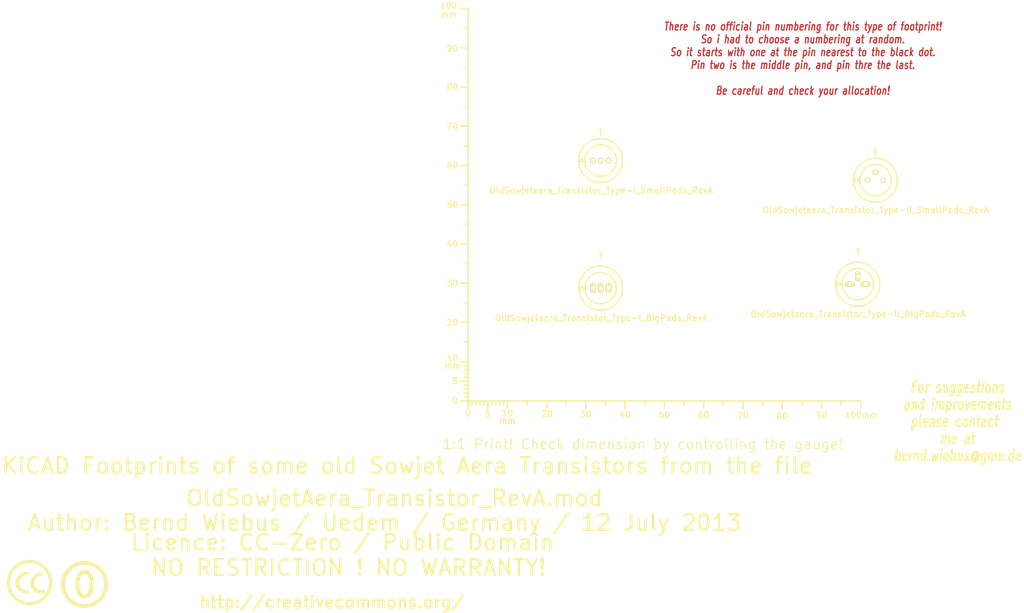
<source format=kicad_pcb>
(kicad_pcb (version 3) (host pcbnew "(2013-03-30 BZR 4007)-stable")

  (general
    (links 0)
    (no_connects 0)
    (area -16.90696 40.805099 276.799733 197.1694)
    (thickness 1.6002)
    (drawings 8)
    (tracks 0)
    (zones 0)
    (modules 7)
    (nets 1)
  )

  (page A4)
  (layers
    (15 Vorderseite signal)
    (0 Rückseite signal)
    (16 B.Adhes user)
    (17 F.Adhes user)
    (18 B.Paste user)
    (19 F.Paste user)
    (20 B.SilkS user)
    (21 F.SilkS user)
    (22 B.Mask user)
    (23 F.Mask user)
    (24 Dwgs.User user)
    (25 Cmts.User user)
    (26 Eco1.User user)
    (27 Eco2.User user)
    (28 Edge.Cuts user)
  )

  (setup
    (last_trace_width 0.2032)
    (trace_clearance 0.254)
    (zone_clearance 0.508)
    (zone_45_only no)
    (trace_min 0.2032)
    (segment_width 0.381)
    (edge_width 0.381)
    (via_size 0.889)
    (via_drill 0.635)
    (via_min_size 0.889)
    (via_min_drill 0.508)
    (uvia_size 0.508)
    (uvia_drill 0.127)
    (uvias_allowed no)
    (uvia_min_size 0.508)
    (uvia_min_drill 0.127)
    (pcb_text_width 0.3048)
    (pcb_text_size 1.524 2.032)
    (mod_edge_width 0.381)
    (mod_text_size 1.524 1.524)
    (mod_text_width 0.3048)
    (pad_size 1.4 2.5)
    (pad_drill 0.8)
    (pad_to_mask_clearance 0.254)
    (aux_axis_origin 0 0)
    (visible_elements 7FFFFFFF)
    (pcbplotparams
      (layerselection 3178497)
      (usegerberextensions true)
      (excludeedgelayer true)
      (linewidth 60)
      (plotframeref false)
      (viasonmask false)
      (mode 1)
      (useauxorigin false)
      (hpglpennumber 1)
      (hpglpenspeed 20)
      (hpglpendiameter 15)
      (hpglpenoverlay 0)
      (psnegative false)
      (psa4output false)
      (plotreference true)
      (plotvalue true)
      (plotothertext true)
      (plotinvisibletext false)
      (padsonsilk false)
      (subtractmaskfromsilk false)
      (outputformat 1)
      (mirror false)
      (drillshape 1)
      (scaleselection 1)
      (outputdirectory ""))
  )

  (net 0 "")

  (net_class Default "Dies ist die voreingestellte Netzklasse."
    (clearance 0.254)
    (trace_width 0.2032)
    (via_dia 0.889)
    (via_drill 0.635)
    (uvia_dia 0.508)
    (uvia_drill 0.127)
    (add_net "")
  )

  (module Gauge_100mm_Type2_SilkScreenTop_RevA_Date22Jun2010 (layer Vorderseite) (tedit 4D963937) (tstamp 4D88F07A)
    (at 132.75056 141.2494)
    (descr "Gauge, Massstab, 100mm, SilkScreenTop, Type 2,")
    (tags "Gauge, Massstab, 100mm, SilkScreenTop, Type 2,")
    (path Gauge_100mm_Type2_SilkScreenTop_RevA_Date22Jun2010)
    (fp_text reference MSC (at 4.0005 8.99922) (layer F.SilkS) hide
      (effects (font (size 1.524 1.524) (thickness 0.3048)))
    )
    (fp_text value Gauge_100mm_Type2_SilkScreenTop_RevA_Date22Jun2010 (at 45.9994 8.99922) (layer F.SilkS) hide
      (effects (font (size 1.524 1.524) (thickness 0.3048)))
    )
    (fp_text user mm (at 9.99998 5.00126) (layer F.SilkS)
      (effects (font (size 1.524 1.524) (thickness 0.3048)))
    )
    (fp_text user mm (at -4.0005 -8.99922) (layer F.SilkS)
      (effects (font (size 1.524 1.524) (thickness 0.3048)))
    )
    (fp_text user mm (at -5.00126 -98.5012) (layer F.SilkS)
      (effects (font (size 1.524 1.524) (thickness 0.3048)))
    )
    (fp_text user 10 (at 10.00506 3.0988) (layer F.SilkS)
      (effects (font (size 1.50114 1.50114) (thickness 0.29972)))
    )
    (fp_text user 0 (at 0.00508 3.19786) (layer F.SilkS)
      (effects (font (size 1.39954 1.50114) (thickness 0.29972)))
    )
    (fp_text user 5 (at 5.0038 3.29946) (layer F.SilkS)
      (effects (font (size 1.50114 1.50114) (thickness 0.29972)))
    )
    (fp_text user 20 (at 20.1041 3.29946) (layer F.SilkS)
      (effects (font (size 1.50114 1.50114) (thickness 0.29972)))
    )
    (fp_text user 30 (at 30.00502 3.39852) (layer F.SilkS)
      (effects (font (size 1.50114 1.50114) (thickness 0.29972)))
    )
    (fp_text user 40 (at 40.005 3.50012) (layer F.SilkS)
      (effects (font (size 1.50114 1.50114) (thickness 0.29972)))
    )
    (fp_text user 50 (at 50.00498 3.50012) (layer F.SilkS)
      (effects (font (size 1.50114 1.50114) (thickness 0.29972)))
    )
    (fp_text user 60 (at 60.00496 3.50012) (layer F.SilkS)
      (effects (font (size 1.50114 1.50114) (thickness 0.29972)))
    )
    (fp_text user 70 (at 70.00494 3.70078) (layer F.SilkS)
      (effects (font (size 1.50114 1.50114) (thickness 0.29972)))
    )
    (fp_text user 80 (at 80.00492 3.79984) (layer F.SilkS)
      (effects (font (size 1.50114 1.50114) (thickness 0.29972)))
    )
    (fp_text user 90 (at 90.1065 3.60172) (layer F.SilkS)
      (effects (font (size 1.50114 1.50114) (thickness 0.29972)))
    )
    (fp_text user 100mm (at 100.10648 3.60172) (layer F.SilkS)
      (effects (font (size 1.50114 1.50114) (thickness 0.29972)))
    )
    (fp_line (start 0 -8.99922) (end -1.00076 -8.99922) (layer F.SilkS) (width 0.381))
    (fp_line (start 0 -8.001) (end -1.00076 -8.001) (layer F.SilkS) (width 0.381))
    (fp_line (start 0 -7.00024) (end -1.00076 -7.00024) (layer F.SilkS) (width 0.381))
    (fp_line (start 0 -5.99948) (end -1.00076 -5.99948) (layer F.SilkS) (width 0.381))
    (fp_line (start 0 -4.0005) (end -1.00076 -4.0005) (layer F.SilkS) (width 0.381))
    (fp_line (start 0 -2.99974) (end -1.00076 -2.99974) (layer F.SilkS) (width 0.381))
    (fp_line (start 0 -1.99898) (end -1.00076 -1.99898) (layer F.SilkS) (width 0.381))
    (fp_line (start 0 -1.00076) (end -1.00076 -1.00076) (layer F.SilkS) (width 0.381))
    (fp_line (start 0 0) (end -1.99898 0) (layer F.SilkS) (width 0.381))
    (fp_line (start 0 -5.00126) (end -1.99898 -5.00126) (layer F.SilkS) (width 0.381))
    (fp_line (start 0 -9.99998) (end -1.99898 -9.99998) (layer F.SilkS) (width 0.381))
    (fp_line (start 0 -15.00124) (end -1.00076 -15.00124) (layer F.SilkS) (width 0.381))
    (fp_line (start 0 -19.99996) (end -1.99898 -19.99996) (layer F.SilkS) (width 0.381))
    (fp_line (start 0 -25.00122) (end -1.00076 -25.00122) (layer F.SilkS) (width 0.381))
    (fp_line (start 0 -29.99994) (end -1.99898 -29.99994) (layer F.SilkS) (width 0.381))
    (fp_line (start 0 -35.0012) (end -1.00076 -35.0012) (layer F.SilkS) (width 0.381))
    (fp_line (start 0 -39.99992) (end -1.99898 -39.99992) (layer F.SilkS) (width 0.381))
    (fp_line (start 0 -45.00118) (end -1.00076 -45.00118) (layer F.SilkS) (width 0.381))
    (fp_line (start 0 -49.9999) (end -1.99898 -49.9999) (layer F.SilkS) (width 0.381))
    (fp_line (start 0 -55.00116) (end -1.00076 -55.00116) (layer F.SilkS) (width 0.381))
    (fp_line (start 0 -59.99988) (end -1.99898 -59.99988) (layer F.SilkS) (width 0.381))
    (fp_line (start 0 -65.00114) (end -1.00076 -65.00114) (layer F.SilkS) (width 0.381))
    (fp_line (start 0 -69.99986) (end -1.99898 -69.99986) (layer F.SilkS) (width 0.381))
    (fp_line (start 0 -75.00112) (end -1.00076 -75.00112) (layer F.SilkS) (width 0.381))
    (fp_line (start 0 -79.99984) (end -1.99898 -79.99984) (layer F.SilkS) (width 0.381))
    (fp_line (start 0 -85.0011) (end -1.00076 -85.0011) (layer F.SilkS) (width 0.381))
    (fp_line (start 0 -89.99982) (end -1.99898 -89.99982) (layer F.SilkS) (width 0.381))
    (fp_line (start 0 -95.00108) (end -1.00076 -95.00108) (layer F.SilkS) (width 0.381))
    (fp_line (start 0 0) (end 0 -99.9998) (layer F.SilkS) (width 0.381))
    (fp_line (start 0 -99.9998) (end -1.99898 -99.9998) (layer F.SilkS) (width 0.381))
    (fp_text user 100 (at -4.99872 -100.7491) (layer F.SilkS)
      (effects (font (size 1.50114 1.50114) (thickness 0.29972)))
    )
    (fp_text user 90 (at -4.0005 -89.7509) (layer F.SilkS)
      (effects (font (size 1.50114 1.50114) (thickness 0.29972)))
    )
    (fp_text user 80 (at -4.0005 -79.99984) (layer F.SilkS)
      (effects (font (size 1.50114 1.50114) (thickness 0.29972)))
    )
    (fp_text user 70 (at -4.0005 -69.99986) (layer F.SilkS)
      (effects (font (size 1.50114 1.50114) (thickness 0.29972)))
    )
    (fp_text user 60 (at -4.0005 -59.99988) (layer F.SilkS)
      (effects (font (size 1.50114 1.50114) (thickness 0.29972)))
    )
    (fp_text user 50 (at -4.0005 -49.9999) (layer F.SilkS)
      (effects (font (size 1.50114 1.50114) (thickness 0.34036)))
    )
    (fp_text user 40 (at -4.0005 -39.99992) (layer F.SilkS)
      (effects (font (size 1.50114 1.50114) (thickness 0.29972)))
    )
    (fp_text user 30 (at -4.0005 -29.99994) (layer F.SilkS)
      (effects (font (size 1.50114 1.50114) (thickness 0.29972)))
    )
    (fp_text user 20 (at -4.0005 -19.99996) (layer F.SilkS)
      (effects (font (size 1.50114 1.50114) (thickness 0.29972)))
    )
    (fp_line (start 95.00108 0) (end 95.00108 1.00076) (layer F.SilkS) (width 0.381))
    (fp_line (start 89.99982 0) (end 89.99982 1.99898) (layer F.SilkS) (width 0.381))
    (fp_line (start 85.0011 0) (end 85.0011 1.00076) (layer F.SilkS) (width 0.381))
    (fp_line (start 79.99984 0) (end 79.99984 1.99898) (layer F.SilkS) (width 0.381))
    (fp_line (start 75.00112 0) (end 75.00112 1.00076) (layer F.SilkS) (width 0.381))
    (fp_line (start 69.99986 0) (end 69.99986 1.99898) (layer F.SilkS) (width 0.381))
    (fp_line (start 65.00114 0) (end 65.00114 1.00076) (layer F.SilkS) (width 0.381))
    (fp_line (start 59.99988 0) (end 59.99988 1.99898) (layer F.SilkS) (width 0.381))
    (fp_line (start 55.00116 0) (end 55.00116 1.00076) (layer F.SilkS) (width 0.381))
    (fp_line (start 49.9999 0) (end 49.9999 1.99898) (layer F.SilkS) (width 0.381))
    (fp_line (start 45.00118 0) (end 45.00118 1.00076) (layer F.SilkS) (width 0.381))
    (fp_line (start 39.99992 0) (end 39.99992 1.99898) (layer F.SilkS) (width 0.381))
    (fp_line (start 35.0012 0) (end 35.0012 1.00076) (layer F.SilkS) (width 0.381))
    (fp_line (start 29.99994 0) (end 29.99994 1.99898) (layer F.SilkS) (width 0.381))
    (fp_line (start 25.00122 0) (end 25.00122 1.00076) (layer F.SilkS) (width 0.381))
    (fp_line (start 19.99996 0) (end 19.99996 1.99898) (layer F.SilkS) (width 0.381))
    (fp_line (start 15.00124 0) (end 15.00124 1.00076) (layer F.SilkS) (width 0.381))
    (fp_line (start 9.99998 0) (end 99.9998 0) (layer F.SilkS) (width 0.381))
    (fp_line (start 99.9998 0) (end 99.9998 1.99898) (layer F.SilkS) (width 0.381))
    (fp_text user 5 (at -3.302 -5.10286) (layer F.SilkS)
      (effects (font (size 1.50114 1.50114) (thickness 0.29972)))
    )
    (fp_text user 0 (at -3.4036 -0.10414) (layer F.SilkS)
      (effects (font (size 1.50114 1.50114) (thickness 0.29972)))
    )
    (fp_text user 10 (at -4.0005 -11.00074) (layer F.SilkS)
      (effects (font (size 1.50114 1.50114) (thickness 0.29972)))
    )
    (fp_line (start 8.99922 0) (end 8.99922 1.00076) (layer F.SilkS) (width 0.381))
    (fp_line (start 8.001 0) (end 8.001 1.00076) (layer F.SilkS) (width 0.381))
    (fp_line (start 7.00024 0) (end 7.00024 1.00076) (layer F.SilkS) (width 0.381))
    (fp_line (start 5.99948 0) (end 5.99948 1.00076) (layer F.SilkS) (width 0.381))
    (fp_line (start 4.0005 0) (end 4.0005 1.00076) (layer F.SilkS) (width 0.381))
    (fp_line (start 2.99974 0) (end 2.99974 1.00076) (layer F.SilkS) (width 0.381))
    (fp_line (start 1.99898 0) (end 1.99898 1.00076) (layer F.SilkS) (width 0.381))
    (fp_line (start 1.00076 0) (end 1.00076 1.00076) (layer F.SilkS) (width 0.381))
    (fp_line (start 5.00126 0) (end 5.00126 1.99898) (layer F.SilkS) (width 0.381))
    (fp_line (start 0 0) (end 0 1.99898) (layer F.SilkS) (width 0.381))
    (fp_line (start 0 0) (end 9.99998 0) (layer F.SilkS) (width 0.381))
    (fp_line (start 9.99998 0) (end 9.99998 1.99898) (layer F.SilkS) (width 0.381))
  )

  (module Symbol_CC-PublicDomain_SilkScreenTop_Big (layer Vorderseite) (tedit 515D641F) (tstamp 515F0B64)
    (at 35 188)
    (descr "Symbol, CC-PublicDomain, SilkScreen Top, Big,")
    (tags "Symbol, CC-PublicDomain, SilkScreen Top, Big,")
    (path Symbol_CC-Noncommercial_CopperTop_Big)
    (fp_text reference Sym (at 0.59944 -7.29996) (layer F.SilkS) hide
      (effects (font (size 1.524 1.524) (thickness 0.3048)))
    )
    (fp_text value Symbol_CC-PublicDomain_SilkScreenTop_Big (at 0.59944 8.001) (layer F.SilkS) hide
      (effects (font (size 1.524 1.524) (thickness 0.3048)))
    )
    (fp_circle (center 0 0) (end 5.8 -0.05) (layer F.SilkS) (width 0.381))
    (fp_circle (center 0 0) (end 5.5 0) (layer F.SilkS) (width 0.381))
    (fp_circle (center 0.05 0) (end 5.25 0) (layer F.SilkS) (width 0.381))
    (fp_line (start 1.1 -2.5) (end 1.4 -1.9) (layer F.SilkS) (width 0.381))
    (fp_line (start -1.8 1.2) (end -1.6 1.9) (layer F.SilkS) (width 0.381))
    (fp_line (start -1.6 1.9) (end -1.2 2.5) (layer F.SilkS) (width 0.381))
    (fp_line (start 0 -3) (end 0.75 -2.75) (layer F.SilkS) (width 0.381))
    (fp_line (start 0.75 -2.75) (end 1 -2.25) (layer F.SilkS) (width 0.381))
    (fp_line (start 1 -2.25) (end 1.5 -1) (layer F.SilkS) (width 0.381))
    (fp_line (start 1.5 -1) (end 1.5 -0.5) (layer F.SilkS) (width 0.381))
    (fp_line (start 1.5 -0.5) (end 1.5 0.5) (layer F.SilkS) (width 0.381))
    (fp_line (start 1.5 0.5) (end 1.25 1.5) (layer F.SilkS) (width 0.381))
    (fp_line (start 1.25 1.5) (end 0.75 2.5) (layer F.SilkS) (width 0.381))
    (fp_line (start 0.75 2.5) (end 0.25 2.75) (layer F.SilkS) (width 0.381))
    (fp_line (start 0.25 2.75) (end -0.25 2.75) (layer F.SilkS) (width 0.381))
    (fp_line (start -0.25 2.75) (end -0.75 2.5) (layer F.SilkS) (width 0.381))
    (fp_line (start -0.75 2.5) (end -1.25 1.75) (layer F.SilkS) (width 0.381))
    (fp_line (start -1.25 1.75) (end -1.5 0.75) (layer F.SilkS) (width 0.381))
    (fp_line (start -1.5 0.75) (end -1.5 -0.75) (layer F.SilkS) (width 0.381))
    (fp_line (start -1.5 -0.75) (end -1.25 -1.75) (layer F.SilkS) (width 0.381))
    (fp_line (start -1.25 -1.75) (end -1 -2.5) (layer F.SilkS) (width 0.381))
    (fp_line (start -1 -2.5) (end -0.3 -2.9) (layer F.SilkS) (width 0.381))
    (fp_line (start -0.3 -2.9) (end 0.2 -3) (layer F.SilkS) (width 0.381))
    (fp_line (start 0.2 -3) (end 0.8 -3) (layer F.SilkS) (width 0.381))
    (fp_line (start 0.8 -3) (end 1.4 -2.3) (layer F.SilkS) (width 0.381))
    (fp_line (start 1.4 -2.3) (end 1.6 -1.4) (layer F.SilkS) (width 0.381))
    (fp_line (start 1.6 -1.4) (end 1.7 -0.3) (layer F.SilkS) (width 0.381))
    (fp_line (start 1.7 -0.3) (end 1.7 0.9) (layer F.SilkS) (width 0.381))
    (fp_line (start 1.7 0.9) (end 1.4 1.8) (layer F.SilkS) (width 0.381))
    (fp_line (start 1.4 1.8) (end 1 2.7) (layer F.SilkS) (width 0.381))
    (fp_line (start 1 2.7) (end 0.5 3) (layer F.SilkS) (width 0.381))
    (fp_line (start 0.5 3) (end -0.4 3) (layer F.SilkS) (width 0.381))
    (fp_line (start -0.4 3) (end -1.3 2.3) (layer F.SilkS) (width 0.381))
    (fp_line (start -1.3 2.3) (end -1.7 1) (layer F.SilkS) (width 0.381))
    (fp_line (start -1.7 1) (end -1.8 -0.7) (layer F.SilkS) (width 0.381))
    (fp_line (start -1.8 -0.7) (end -1.4 -2.2) (layer F.SilkS) (width 0.381))
    (fp_line (start -1.4 -2.2) (end -1 -2.9) (layer F.SilkS) (width 0.381))
    (fp_line (start -1 -2.9) (end -0.2 -3.3) (layer F.SilkS) (width 0.381))
    (fp_line (start -0.2 -3.3) (end 0.7 -3.2) (layer F.SilkS) (width 0.381))
    (fp_line (start 0.7 -3.2) (end 1.3 -3.1) (layer F.SilkS) (width 0.381))
    (fp_line (start 1.3 -3.1) (end 1.7 -2.4) (layer F.SilkS) (width 0.381))
    (fp_line (start 1.7 -2.4) (end 2 -1.6) (layer F.SilkS) (width 0.381))
    (fp_line (start 2 -1.6) (end 2.1 -0.6) (layer F.SilkS) (width 0.381))
    (fp_line (start 2.1 -0.6) (end 2.1 0.3) (layer F.SilkS) (width 0.381))
    (fp_line (start 2.1 0.3) (end 2.1 1.3) (layer F.SilkS) (width 0.381))
    (fp_line (start 2.1 1.3) (end 1.9 1.8) (layer F.SilkS) (width 0.381))
    (fp_line (start 1.9 1.8) (end 1.5 2.6) (layer F.SilkS) (width 0.381))
    (fp_line (start 1.5 2.6) (end 1.1 3) (layer F.SilkS) (width 0.381))
    (fp_line (start 1.1 3) (end 0.4 3.3) (layer F.SilkS) (width 0.381))
    (fp_line (start 0.4 3.3) (end -0.1 3.4) (layer F.SilkS) (width 0.381))
    (fp_line (start -0.1 3.4) (end -0.8 3.2) (layer F.SilkS) (width 0.381))
    (fp_line (start -0.8 3.2) (end -1.5 2.6) (layer F.SilkS) (width 0.381))
    (fp_line (start -1.5 2.6) (end -1.9 1.7) (layer F.SilkS) (width 0.381))
    (fp_line (start -1.9 1.7) (end -2.1 0.4) (layer F.SilkS) (width 0.381))
    (fp_line (start -2.1 0.4) (end -2.1 -0.6) (layer F.SilkS) (width 0.381))
    (fp_line (start -2.1 -0.6) (end -2 -1.6) (layer F.SilkS) (width 0.381))
    (fp_line (start -2 -1.6) (end -1.7 -2.4) (layer F.SilkS) (width 0.381))
    (fp_line (start -1.7 -2.4) (end -1.2 -3.1) (layer F.SilkS) (width 0.381))
    (fp_line (start -1.2 -3.1) (end -0.4 -3.6) (layer F.SilkS) (width 0.381))
    (fp_line (start -0.4 -3.6) (end 0.4 -3.6) (layer F.SilkS) (width 0.381))
    (fp_line (start 0.4 -3.6) (end 1.1 -3.2) (layer F.SilkS) (width 0.381))
    (fp_line (start 1.1 -3.2) (end 1.1 -2.9) (layer F.SilkS) (width 0.381))
    (fp_line (start 1.1 -2.9) (end 1.8 -1.5) (layer F.SilkS) (width 0.381))
    (fp_line (start 1.8 -1.5) (end 1.8 -0.4) (layer F.SilkS) (width 0.381))
    (fp_line (start 1.8 -0.4) (end 1.8 1.1) (layer F.SilkS) (width 0.381))
    (fp_line (start 1.8 1.1) (end 1.2 2.6) (layer F.SilkS) (width 0.381))
    (fp_line (start 1.2 2.6) (end 0.2 3.2) (layer F.SilkS) (width 0.381))
    (fp_line (start 0.2 3.2) (end -0.5 3.2) (layer F.SilkS) (width 0.381))
    (fp_line (start -0.5 3.2) (end -1.1 2.7) (layer F.SilkS) (width 0.381))
    (fp_line (start -1.1 2.7) (end -1.9 0.6) (layer F.SilkS) (width 0.381))
    (fp_line (start -1.9 0.6) (end -1.7 -1.9) (layer F.SilkS) (width 0.381))
  )

  (module Symbol_CreativeCommons_SilkScreenTop_Type2_Big (layer Vorderseite) (tedit 515D640C) (tstamp 515F46B2)
    (at 21 187.5)
    (descr "Symbol, Creative Commons, SilkScreen Top, Type 2, Big,")
    (tags "Symbol, Creative Commons, SilkScreen Top, Type 2, Big,")
    (path Symbol_CreativeCommons_CopperTop_Type2_Big)
    (fp_text reference Sym (at 0.59944 -7.29996) (layer F.SilkS) hide
      (effects (font (size 1.524 1.524) (thickness 0.3048)))
    )
    (fp_text value Symbol_CreativeCommons_Typ2_SilkScreenTop_Big (at 0.59944 8.001) (layer F.SilkS) hide
      (effects (font (size 1.524 1.524) (thickness 0.3048)))
    )
    (fp_line (start -0.70104 2.70002) (end -0.29972 2.60096) (layer F.SilkS) (width 0.381))
    (fp_line (start -0.29972 2.60096) (end -0.20066 2.10058) (layer F.SilkS) (width 0.381))
    (fp_line (start -2.49936 -1.69926) (end -2.70002 -1.6002) (layer F.SilkS) (width 0.381))
    (fp_line (start -2.70002 -1.6002) (end -3.0988 -1.00076) (layer F.SilkS) (width 0.381))
    (fp_line (start -3.0988 -1.00076) (end -3.29946 -0.50038) (layer F.SilkS) (width 0.381))
    (fp_line (start -3.29946 -0.50038) (end -3.40106 0.39878) (layer F.SilkS) (width 0.381))
    (fp_line (start -3.40106 0.39878) (end -3.29946 0.89916) (layer F.SilkS) (width 0.381))
    (fp_line (start -0.19812 2.4003) (end -0.29718 2.59842) (layer F.SilkS) (width 0.381))
    (fp_line (start 3.70078 2.10058) (end 3.79984 2.4003) (layer F.SilkS) (width 0.381))
    (fp_line (start 2.99974 -2.4003) (end 3.29946 -2.30124) (layer F.SilkS) (width 0.381))
    (fp_line (start 3.29946 -2.30124) (end 3.0988 -1.99898) (layer F.SilkS) (width 0.381))
    (fp_line (start 0 -5.40004) (end -0.50038 -5.40004) (layer F.SilkS) (width 0.381))
    (fp_line (start -0.50038 -5.40004) (end -1.30048 -5.10032) (layer F.SilkS) (width 0.381))
    (fp_line (start -1.30048 -5.10032) (end -1.99898 -4.89966) (layer F.SilkS) (width 0.381))
    (fp_line (start -1.99898 -4.89966) (end -2.70002 -4.699) (layer F.SilkS) (width 0.381))
    (fp_line (start -2.70002 -4.699) (end -3.29946 -4.20116) (layer F.SilkS) (width 0.381))
    (fp_line (start -3.29946 -4.20116) (end -4.0005 -3.59918) (layer F.SilkS) (width 0.381))
    (fp_line (start -4.0005 -3.59918) (end -4.50088 -2.99974) (layer F.SilkS) (width 0.381))
    (fp_line (start -4.50088 -2.99974) (end -5.00126 -2.10058) (layer F.SilkS) (width 0.381))
    (fp_line (start -5.00126 -2.10058) (end -5.30098 -1.09982) (layer F.SilkS) (width 0.381))
    (fp_line (start -5.30098 -1.09982) (end -5.40004 0.09906) (layer F.SilkS) (width 0.381))
    (fp_line (start -5.40004 0.09906) (end -5.19938 1.30048) (layer F.SilkS) (width 0.381))
    (fp_line (start -5.19938 1.30048) (end -4.8006 2.4003) (layer F.SilkS) (width 0.381))
    (fp_line (start -4.8006 2.4003) (end -3.79984 3.8989) (layer F.SilkS) (width 0.381))
    (fp_line (start -3.79984 3.8989) (end -2.60096 4.8006) (layer F.SilkS) (width 0.381))
    (fp_line (start -2.60096 4.8006) (end -1.30048 5.30098) (layer F.SilkS) (width 0.381))
    (fp_line (start -1.30048 5.30098) (end 0.09906 5.30098) (layer F.SilkS) (width 0.381))
    (fp_line (start 0.09906 5.30098) (end 1.6002 5.19938) (layer F.SilkS) (width 0.381))
    (fp_line (start 1.6002 5.19938) (end 2.60096 4.699) (layer F.SilkS) (width 0.381))
    (fp_line (start 2.60096 4.699) (end 4.20116 3.40106) (layer F.SilkS) (width 0.381))
    (fp_line (start 4.20116 3.40106) (end 5.00126 1.80086) (layer F.SilkS) (width 0.381))
    (fp_line (start 5.00126 1.80086) (end 5.40004 0.29972) (layer F.SilkS) (width 0.381))
    (fp_line (start 5.40004 0.29972) (end 5.19938 -1.39954) (layer F.SilkS) (width 0.381))
    (fp_line (start 5.19938 -1.39954) (end 4.699 -2.49936) (layer F.SilkS) (width 0.381))
    (fp_line (start 4.699 -2.49936) (end 3.40106 -4.09956) (layer F.SilkS) (width 0.381))
    (fp_line (start 3.40106 -4.09956) (end 2.4003 -4.8006) (layer F.SilkS) (width 0.381))
    (fp_line (start 2.4003 -4.8006) (end 1.39954 -5.19938) (layer F.SilkS) (width 0.381))
    (fp_line (start 1.39954 -5.19938) (end 0 -5.30098) (layer F.SilkS) (width 0.381))
    (fp_line (start 0.60198 -0.70104) (end 0.50292 -0.20066) (layer F.SilkS) (width 0.381))
    (fp_line (start 0.50292 -0.20066) (end 0.50292 0.49784) (layer F.SilkS) (width 0.381))
    (fp_line (start 0.50292 0.49784) (end 0.60198 1.09982) (layer F.SilkS) (width 0.381))
    (fp_line (start 0.60198 1.09982) (end 1.00076 1.69926) (layer F.SilkS) (width 0.381))
    (fp_line (start 1.00076 1.69926) (end 1.50114 2.19964) (layer F.SilkS) (width 0.381))
    (fp_line (start 1.50114 2.19964) (end 2.10058 2.49936) (layer F.SilkS) (width 0.381))
    (fp_line (start 2.10058 2.49936) (end 2.60096 2.59842) (layer F.SilkS) (width 0.381))
    (fp_line (start 2.60096 2.59842) (end 3.00228 2.59842) (layer F.SilkS) (width 0.381))
    (fp_line (start 3.00228 2.59842) (end 3.40106 2.59842) (layer F.SilkS) (width 0.381))
    (fp_line (start 3.40106 2.59842) (end 3.80238 2.49936) (layer F.SilkS) (width 0.381))
    (fp_line (start 3.80238 2.49936) (end 3.70078 2.2987) (layer F.SilkS) (width 0.381))
    (fp_line (start 3.70078 2.2987) (end 2.80162 2.4003) (layer F.SilkS) (width 0.381))
    (fp_line (start 2.80162 2.4003) (end 1.80086 2.09804) (layer F.SilkS) (width 0.381))
    (fp_line (start 1.80086 2.09804) (end 1.20142 1.6002) (layer F.SilkS) (width 0.381))
    (fp_line (start 1.20142 1.6002) (end 0.80264 0.6985) (layer F.SilkS) (width 0.381))
    (fp_line (start 0.80264 0.6985) (end 0.70104 -0.29972) (layer F.SilkS) (width 0.381))
    (fp_line (start 0.70104 -0.29972) (end 1.00076 -1.00076) (layer F.SilkS) (width 0.381))
    (fp_line (start 1.00076 -1.00076) (end 1.60274 -1.7018) (layer F.SilkS) (width 0.381))
    (fp_line (start 1.60274 -1.7018) (end 2.30124 -2.10058) (layer F.SilkS) (width 0.381))
    (fp_line (start 2.30124 -2.10058) (end 3.00228 -2.10058) (layer F.SilkS) (width 0.381))
    (fp_line (start 3.00228 -2.10058) (end 3.10134 -1.89992) (layer F.SilkS) (width 0.381))
    (fp_line (start 3.10134 -1.89992) (end 2.5019 -1.89992) (layer F.SilkS) (width 0.381))
    (fp_line (start 2.5019 -1.89992) (end 1.80086 -1.6002) (layer F.SilkS) (width 0.381))
    (fp_line (start 1.80086 -1.6002) (end 1.30048 -1.00076) (layer F.SilkS) (width 0.381))
    (fp_line (start 1.30048 -1.00076) (end 1.00076 -0.40132) (layer F.SilkS) (width 0.381))
    (fp_line (start 1.00076 -0.40132) (end 1.00076 0.09906) (layer F.SilkS) (width 0.381))
    (fp_line (start 1.00076 0.09906) (end 1.00076 0.6985) (layer F.SilkS) (width 0.381))
    (fp_line (start 1.00076 0.6985) (end 1.30048 1.19888) (layer F.SilkS) (width 0.381))
    (fp_line (start 1.30048 1.19888) (end 1.7018 1.69926) (layer F.SilkS) (width 0.381))
    (fp_line (start 1.7018 1.69926) (end 2.30124 1.99898) (layer F.SilkS) (width 0.381))
    (fp_line (start 2.30124 1.99898) (end 2.90068 2.09804) (layer F.SilkS) (width 0.381))
    (fp_line (start 2.90068 2.09804) (end 3.40106 2.09804) (layer F.SilkS) (width 0.381))
    (fp_line (start 3.40106 2.09804) (end 3.70078 1.99898) (layer F.SilkS) (width 0.381))
    (fp_line (start 3.00228 -2.4003) (end 2.40284 -2.4003) (layer F.SilkS) (width 0.381))
    (fp_line (start 2.40284 -2.4003) (end 2.00152 -2.20218) (layer F.SilkS) (width 0.381))
    (fp_line (start 2.00152 -2.20218) (end 1.50114 -2.00152) (layer F.SilkS) (width 0.381))
    (fp_line (start 1.50114 -2.00152) (end 1.10236 -1.6002) (layer F.SilkS) (width 0.381))
    (fp_line (start 1.10236 -1.6002) (end 0.80264 -1.09982) (layer F.SilkS) (width 0.381))
    (fp_line (start 0.80264 -1.09982) (end 0.60198 -0.70104) (layer F.SilkS) (width 0.381))
    (fp_line (start -0.39878 -1.99898) (end -0.89916 -1.99898) (layer F.SilkS) (width 0.381))
    (fp_line (start -0.89916 -1.99898) (end -1.39954 -1.89738) (layer F.SilkS) (width 0.381))
    (fp_line (start -1.39954 -1.89738) (end -1.89992 -1.59766) (layer F.SilkS) (width 0.381))
    (fp_line (start -1.89992 -1.59766) (end -2.4003 -1.19888) (layer F.SilkS) (width 0.381))
    (fp_line (start -2.4003 -1.30048) (end -2.70002 -0.8001) (layer F.SilkS) (width 0.381))
    (fp_line (start -2.70002 -0.8001) (end -2.79908 -0.29972) (layer F.SilkS) (width 0.381))
    (fp_line (start -2.79908 -0.29972) (end -2.79908 0.20066) (layer F.SilkS) (width 0.381))
    (fp_line (start -2.79908 0.20066) (end -2.59842 1.00076) (layer F.SilkS) (width 0.381))
    (fp_line (start -2.69748 1.00076) (end -2.39776 1.39954) (layer F.SilkS) (width 0.381))
    (fp_line (start -2.29616 1.4986) (end -1.79578 1.89992) (layer F.SilkS) (width 0.381))
    (fp_line (start -1.79578 1.89992) (end -1.29794 2.09804) (layer F.SilkS) (width 0.381))
    (fp_line (start -1.29794 2.09804) (end -0.89662 2.19964) (layer F.SilkS) (width 0.381))
    (fp_line (start -0.89662 2.19964) (end -0.49784 2.19964) (layer F.SilkS) (width 0.381))
    (fp_line (start -0.49784 2.19964) (end -0.19812 2.09804) (layer F.SilkS) (width 0.381))
    (fp_line (start -0.19812 2.09804) (end -0.29718 2.4003) (layer F.SilkS) (width 0.381))
    (fp_line (start -0.29718 2.4003) (end -0.89662 2.49936) (layer F.SilkS) (width 0.381))
    (fp_line (start -0.89662 2.49936) (end -1.59766 2.2987) (layer F.SilkS) (width 0.381))
    (fp_line (start -1.59766 2.2987) (end -2.29616 1.79832) (layer F.SilkS) (width 0.381))
    (fp_line (start -2.29616 1.79832) (end -2.79654 1.29794) (layer F.SilkS) (width 0.381))
    (fp_line (start -2.79908 1.39954) (end -2.99974 0.70104) (layer F.SilkS) (width 0.381))
    (fp_line (start -2.99974 0.70104) (end -3.0988 0) (layer F.SilkS) (width 0.381))
    (fp_line (start -3.0988 0) (end -2.99974 -0.59944) (layer F.SilkS) (width 0.381))
    (fp_line (start -2.99974 -0.8001) (end -2.70002 -1.30048) (layer F.SilkS) (width 0.381))
    (fp_line (start -2.70002 -1.09982) (end -2.19964 -1.6002) (layer F.SilkS) (width 0.381))
    (fp_line (start -2.19964 -1.69926) (end -1.69926 -1.99898) (layer F.SilkS) (width 0.381))
    (fp_line (start -1.69926 -1.99898) (end -1.19888 -2.19964) (layer F.SilkS) (width 0.381))
    (fp_line (start -1.19888 -2.19964) (end -0.6985 -2.19964) (layer F.SilkS) (width 0.381))
    (fp_line (start -0.6985 -2.19964) (end -0.29972 -2.19964) (layer F.SilkS) (width 0.381))
    (fp_line (start -0.29972 -2.19964) (end -0.20066 -2.39776) (layer F.SilkS) (width 0.381))
    (fp_line (start -0.20066 -2.39776) (end -0.59944 -2.49936) (layer F.SilkS) (width 0.381))
    (fp_line (start -0.59944 -2.49936) (end -1.00076 -2.49936) (layer F.SilkS) (width 0.381))
    (fp_line (start -1.00076 -2.49936) (end -1.4986 -2.39776) (layer F.SilkS) (width 0.381))
    (fp_line (start -1.4986 -2.39776) (end -2.10058 -2.09804) (layer F.SilkS) (width 0.381))
    (fp_line (start -2.10058 -2.09804) (end -2.59842 -1.69926) (layer F.SilkS) (width 0.381))
    (fp_line (start -2.59842 -1.6002) (end -3.0988 -0.89916) (layer F.SilkS) (width 0.381))
    (fp_line (start -3.0988 -0.89916) (end -3.29946 -0.29972) (layer F.SilkS) (width 0.381))
    (fp_line (start -3.29946 -0.29972) (end -3.29946 0.40132) (layer F.SilkS) (width 0.381))
    (fp_line (start -3.29946 0.40132) (end -3.2004 1.00076) (layer F.SilkS) (width 0.381))
    (fp_line (start -3.29946 0.8001) (end -2.99974 1.39954) (layer F.SilkS) (width 0.381))
    (fp_line (start -2.89814 1.4986) (end -2.49682 1.99898) (layer F.SilkS) (width 0.381))
    (fp_line (start -2.49682 1.99898) (end -1.89738 2.4003) (layer F.SilkS) (width 0.381))
    (fp_line (start -1.89738 2.4003) (end -1.19634 2.59842) (layer F.SilkS) (width 0.381))
    (fp_line (start -1.19634 2.59842) (end -0.69596 2.70002) (layer F.SilkS) (width 0.381))
    (fp_line (start -2.9972 1.19888) (end -2.59842 1.19888) (layer F.SilkS) (width 0.381))
    (fp_circle (center 0 0) (end 5.08 1.016) (layer F.SilkS) (width 0.381))
    (fp_circle (center 0 0) (end 5.588 0) (layer F.SilkS) (width 0.381))
  )

  (module OldSowjetaera_Transistor_Type-I_SmallPads_RevA (layer Vorderseite) (tedit 51A490C7) (tstamp 51A490D1)
    (at 166.5 80)
    (fp_text reference T (at 0 -7.1) (layer F.SilkS)
      (effects (font (size 1.524 1.524) (thickness 0.3048)))
    )
    (fp_text value OldSowjetaera_Transistor_Type-I_SmallPads_RevA (at 0.1 7.6) (layer F.SilkS)
      (effects (font (size 1.524 1.524) (thickness 0.3048)))
    )
    (fp_circle (center -4.8 0) (end -4.8 0.4) (layer F.SilkS) (width 0.381))
    (fp_circle (center 0 0) (end 4 0) (layer F.SilkS) (width 0.381))
    (fp_circle (center 0 0) (end 5.6 0) (layer F.SilkS) (width 0.381))
    (pad 2 thru_hole circle (at 0 0) (size 1.4 1.4) (drill 0.8)
      (layers *.Cu *.Mask F.SilkS)
    )
    (pad 1 thru_hole circle (at -2 0) (size 1.4 1.4) (drill 0.8)
      (layers *.Cu *.Mask F.SilkS)
    )
    (pad 3 thru_hole circle (at 2 0) (size 1.4 1.4) (drill 0.8)
      (layers *.Cu *.Mask F.SilkS)
    )
    (model OldSowjetAera_Transistor_Type-I_Faktor03937_RevA.wrl
      (at (xyz 0 0 0))
      (scale (xyz 0.3937 0.3937 0.3937))
      (rotate (xyz 0 0 0))
    )
  )

  (module OldSowjetaera_Transistor_Type-I_BigPads_RevA (layer Vorderseite) (tedit 51A490D4) (tstamp 51A49108)
    (at 166.5 112.5)
    (fp_text reference T (at 0.1 -8.1) (layer F.SilkS)
      (effects (font (size 1.524 1.524) (thickness 0.3048)))
    )
    (fp_text value OldSowjetaera_Transistor_Type-I_BigPads_RevA (at 0.1 7.6) (layer F.SilkS)
      (effects (font (size 1.524 1.524) (thickness 0.3048)))
    )
    (fp_circle (center -4.8 0) (end -4.8 0.4) (layer F.SilkS) (width 0.381))
    (fp_circle (center 0 0) (end 4 0) (layer F.SilkS) (width 0.381))
    (fp_circle (center 0 0) (end 5.6 0) (layer F.SilkS) (width 0.381))
    (pad 2 thru_hole oval (at 0 0) (size 1.4 2.5) (drill 0.8)
      (layers *.Cu *.Mask F.SilkS)
    )
    (pad 1 thru_hole oval (at -2 0) (size 1.4 2.5) (drill 0.8)
      (layers *.Cu *.Mask F.SilkS)
    )
    (pad 3 thru_hole oval (at 2 0) (size 1.4 2.5) (drill 0.8)
      (layers *.Cu *.Mask F.SilkS)
    )
    (model OldSowjetAera_Transistor_Type-I_Faktor03937_RevA.wrl
      (at (xyz 0 0 0))
      (scale (xyz 0.3937 0.3937 0.3937))
      (rotate (xyz 0 0 0))
    )
  )

  (module OldSowjetaera_Transistor_Type-II_BigPads_RevA (layer Vorderseite) (tedit 51E046A9) (tstamp 51E047B9)
    (at 232 111.5)
    (fp_text reference T (at 0.1 -8.1) (layer F.SilkS)
      (effects (font (size 1.524 1.524) (thickness 0.3048)))
    )
    (fp_text value OldSowjetaera_Transistor_Type-II_BigPads_RevA (at 0.1 7.6) (layer F.SilkS)
      (effects (font (size 1.524 1.524) (thickness 0.3048)))
    )
    (fp_circle (center -4.8 0) (end -4.8 0.4) (layer F.SilkS) (width 0.381))
    (fp_circle (center 0 0) (end 4 0) (layer F.SilkS) (width 0.381))
    (fp_circle (center 0 0) (end 5.6 0) (layer F.SilkS) (width 0.381))
    (pad 2 thru_hole oval (at 0 -2) (size 1.4 2.5) (drill 0.8)
      (layers *.Cu *.Mask F.SilkS)
    )
    (pad 1 thru_hole oval (at -2 0 90) (size 1.4 2.5) (drill 0.8)
      (layers *.Cu *.Mask F.SilkS)
    )
    (pad 3 thru_hole oval (at 2 0 90) (size 1.4 2.5) (drill 0.8)
      (layers *.Cu *.Mask F.SilkS)
    )
    (model OldSowjetAera_Transistor_Type-II_Faktor03937_RevA.wrl
      (at (xyz 0 0 0))
      (scale (xyz 0.3937 0.3937 0.3937))
      (rotate (xyz 0 0 0))
    )
  )

  (module OldSowjetaera_Transistor_Type-II_SmallPads_RevA (layer Vorderseite) (tedit 51E046A3) (tstamp 51E04802)
    (at 236.5 85)
    (fp_text reference T (at 0 -7.1) (layer F.SilkS)
      (effects (font (size 1.524 1.524) (thickness 0.3048)))
    )
    (fp_text value OldSowjetaera_Transistor_Type-II_SmallPads_RevA (at 0.1 7.6) (layer F.SilkS)
      (effects (font (size 1.524 1.524) (thickness 0.3048)))
    )
    (fp_circle (center -4.8 0) (end -4.8 0.4) (layer F.SilkS) (width 0.381))
    (fp_circle (center 0 0) (end 4 0) (layer F.SilkS) (width 0.381))
    (fp_circle (center 0 0) (end 5.6 0) (layer F.SilkS) (width 0.381))
    (pad 2 thru_hole circle (at 0 -2) (size 1.4 1.4) (drill 0.8)
      (layers *.Cu *.Mask F.SilkS)
    )
    (pad 1 thru_hole circle (at -2 0) (size 1.4 1.4) (drill 0.8)
      (layers *.Cu *.Mask F.SilkS)
    )
    (pad 3 thru_hole circle (at 2 0) (size 1.4 1.4) (drill 0.8)
      (layers *.Cu *.Mask F.SilkS)
    )
    (model OldSowjetAera_Transistor_Type-II_Faktor03937_RevA.wrl
      (at (xyz 0 0 0))
      (scale (xyz 0.3937 0.3937 0.3937))
      (rotate (xyz 0 0 0))
    )
  )

  (gr_text "There is no official pin numbering for this type of footprint!\nSo i had to choose a numbering at random.\nSo it starts with one at the pin nearest to the black dot.\nPin two is the middle pin, and pin thre the last.\n\nBe careful and check your allocation!" (at 218 54) (layer Vorderseite)
    (effects (font (size 2.032 1.524) (thickness 0.3048) italic))
  )
  (gr_text http://creativecommons.org/ (at 98 192.5) (layer F.SilkS)
    (effects (font (size 3 3) (thickness 0.6)))
  )
  (gr_text "For suggestions\nand improvements\nplease contact \nme at\nbernd.wiebus@gmx.de" (at 257.41884 146.4691) (layer F.SilkS)
    (effects (font (size 2.70002 1.99898) (thickness 0.50038) italic))
  )
  (gr_text "1:1 Print! Check dimension by controlling the gauge!" (at 177.24882 152.25014) (layer F.SilkS)
    (effects (font (size 2.49936 2.49936) (thickness 0.29972)))
  )
  (gr_text "Licence: CC-Zero / Public Domain \nNO RESTRICTION ! NO WARRANTY!" (at 102.2501 180.50064) (layer F.SilkS)
    (effects (font (size 4.0005 4.0005) (thickness 0.59944)))
  )
  (gr_text "Author: Bernd Wiebus / Uedem / Germany / 12 July 2013  " (at 114.50012 172.24958) (layer F.SilkS)
    (effects (font (size 4.0005 4.0005) (thickness 0.59944)))
  )
  (gr_text OldSowjetAera_Transistor_RevA.mod (at 114.00028 165.9989) (layer F.SilkS)
    (effects (font (size 4.0005 4.0005) (thickness 0.59944)))
  )
  (gr_text "KiCAD Footprints of some old Sowjet Aera Transistors from the file " (at 118.75008 157.74898) (layer F.SilkS)
    (effects (font (size 4.0005 4.0005) (thickness 0.59944)))
  )

)

</source>
